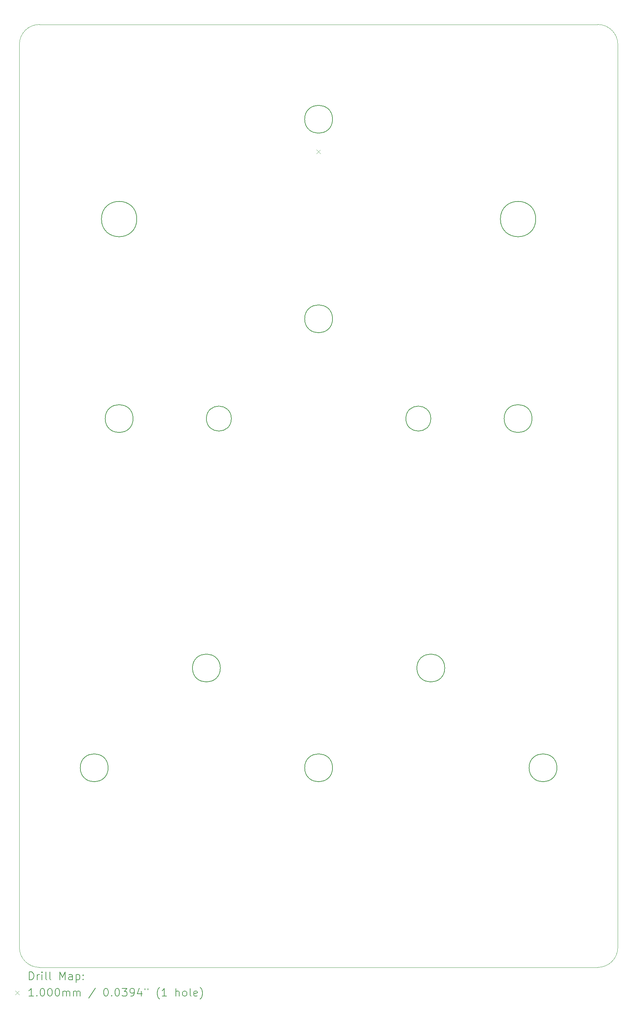
<source format=gbr>
%FSLAX45Y45*%
G04 Gerber Fmt 4.5, Leading zero omitted, Abs format (unit mm)*
G04 Created by KiCad (PCBNEW 6.0.5+dfsg-1~bpo11+1) date 2022-08-10 11:57:38*
%MOMM*%
%LPD*%
G01*
G04 APERTURE LIST*
%TA.AperFunction,Profile*%
%ADD10C,0.150000*%
%TD*%
%TA.AperFunction,Profile*%
%ADD11C,0.100000*%
%TD*%
%ADD12C,0.200000*%
%ADD13C,0.100000*%
G04 APERTURE END LIST*
D10*
X24130000Y-12065000D02*
G75*
G03*
X24130000Y-12065000I-317500J0D01*
G01*
X16547500Y-12065000D02*
G75*
G03*
X16547500Y-12065000I-355000J0D01*
G01*
X27342500Y-20955000D02*
G75*
G03*
X27342500Y-20955000I-355000J0D01*
G01*
X21626829Y-4444375D02*
G75*
G03*
X21626829Y-4444375I-355000J0D01*
G01*
X18770000Y-18415000D02*
G75*
G03*
X18770000Y-18415000I-355000J0D01*
G01*
X19050000Y-12065000D02*
G75*
G03*
X19050000Y-12065000I-317500J0D01*
G01*
X26802500Y-6985000D02*
G75*
G03*
X26802500Y-6985000I-450000J0D01*
G01*
X24485000Y-18415000D02*
G75*
G03*
X24485000Y-18415000I-355000J0D01*
G01*
X16642500Y-6985000D02*
G75*
G03*
X16642500Y-6985000I-450000J0D01*
G01*
D11*
X13652500Y-25527000D02*
G75*
G03*
X14160500Y-26035000I508000J0D01*
G01*
D10*
X15912500Y-20955000D02*
G75*
G03*
X15912500Y-20955000I-355000J0D01*
G01*
X21627500Y-9525000D02*
G75*
G03*
X21627500Y-9525000I-355000J0D01*
G01*
D11*
X28892500Y-25527000D02*
X28892500Y-2540000D01*
X14160500Y-2032000D02*
G75*
G03*
X13652500Y-2540000I0J-508000D01*
G01*
D10*
X26707041Y-12064372D02*
G75*
G03*
X26707041Y-12064372I-355000J0D01*
G01*
D11*
X28384500Y-2032000D02*
X14160500Y-2032000D01*
X28892500Y-2540000D02*
G75*
G03*
X28384500Y-2032000I-508000J0D01*
G01*
D10*
X21627500Y-20955000D02*
G75*
G03*
X21627500Y-20955000I-355000J0D01*
G01*
D11*
X13652500Y-2540000D02*
X13652500Y-25527000D01*
X28384500Y-26035000D02*
G75*
G03*
X28892500Y-25527000I0J508000D01*
G01*
X14160500Y-26035000D02*
X28384500Y-26035000D01*
D12*
D13*
X21222500Y-5220500D02*
X21322500Y-5320500D01*
X21322500Y-5220500D02*
X21222500Y-5320500D01*
D12*
X13905119Y-26350476D02*
X13905119Y-26150476D01*
X13952738Y-26150476D01*
X13981309Y-26160000D01*
X14000357Y-26179048D01*
X14009881Y-26198095D01*
X14019405Y-26236191D01*
X14019405Y-26264762D01*
X14009881Y-26302857D01*
X14000357Y-26321905D01*
X13981309Y-26340952D01*
X13952738Y-26350476D01*
X13905119Y-26350476D01*
X14105119Y-26350476D02*
X14105119Y-26217143D01*
X14105119Y-26255238D02*
X14114643Y-26236191D01*
X14124167Y-26226667D01*
X14143214Y-26217143D01*
X14162262Y-26217143D01*
X14228928Y-26350476D02*
X14228928Y-26217143D01*
X14228928Y-26150476D02*
X14219405Y-26160000D01*
X14228928Y-26169524D01*
X14238452Y-26160000D01*
X14228928Y-26150476D01*
X14228928Y-26169524D01*
X14352738Y-26350476D02*
X14333690Y-26340952D01*
X14324167Y-26321905D01*
X14324167Y-26150476D01*
X14457500Y-26350476D02*
X14438452Y-26340952D01*
X14428928Y-26321905D01*
X14428928Y-26150476D01*
X14686071Y-26350476D02*
X14686071Y-26150476D01*
X14752738Y-26293333D01*
X14819405Y-26150476D01*
X14819405Y-26350476D01*
X15000357Y-26350476D02*
X15000357Y-26245714D01*
X14990833Y-26226667D01*
X14971786Y-26217143D01*
X14933690Y-26217143D01*
X14914643Y-26226667D01*
X15000357Y-26340952D02*
X14981309Y-26350476D01*
X14933690Y-26350476D01*
X14914643Y-26340952D01*
X14905119Y-26321905D01*
X14905119Y-26302857D01*
X14914643Y-26283810D01*
X14933690Y-26274286D01*
X14981309Y-26274286D01*
X15000357Y-26264762D01*
X15095595Y-26217143D02*
X15095595Y-26417143D01*
X15095595Y-26226667D02*
X15114643Y-26217143D01*
X15152738Y-26217143D01*
X15171786Y-26226667D01*
X15181309Y-26236191D01*
X15190833Y-26255238D01*
X15190833Y-26312381D01*
X15181309Y-26331429D01*
X15171786Y-26340952D01*
X15152738Y-26350476D01*
X15114643Y-26350476D01*
X15095595Y-26340952D01*
X15276548Y-26331429D02*
X15286071Y-26340952D01*
X15276548Y-26350476D01*
X15267024Y-26340952D01*
X15276548Y-26331429D01*
X15276548Y-26350476D01*
X15276548Y-26226667D02*
X15286071Y-26236191D01*
X15276548Y-26245714D01*
X15267024Y-26236191D01*
X15276548Y-26226667D01*
X15276548Y-26245714D01*
D13*
X13547500Y-26630000D02*
X13647500Y-26730000D01*
X13647500Y-26630000D02*
X13547500Y-26730000D01*
D12*
X14009881Y-26770476D02*
X13895595Y-26770476D01*
X13952738Y-26770476D02*
X13952738Y-26570476D01*
X13933690Y-26599048D01*
X13914643Y-26618095D01*
X13895595Y-26627619D01*
X14095595Y-26751429D02*
X14105119Y-26760952D01*
X14095595Y-26770476D01*
X14086071Y-26760952D01*
X14095595Y-26751429D01*
X14095595Y-26770476D01*
X14228928Y-26570476D02*
X14247976Y-26570476D01*
X14267024Y-26580000D01*
X14276548Y-26589524D01*
X14286071Y-26608572D01*
X14295595Y-26646667D01*
X14295595Y-26694286D01*
X14286071Y-26732381D01*
X14276548Y-26751429D01*
X14267024Y-26760952D01*
X14247976Y-26770476D01*
X14228928Y-26770476D01*
X14209881Y-26760952D01*
X14200357Y-26751429D01*
X14190833Y-26732381D01*
X14181309Y-26694286D01*
X14181309Y-26646667D01*
X14190833Y-26608572D01*
X14200357Y-26589524D01*
X14209881Y-26580000D01*
X14228928Y-26570476D01*
X14419405Y-26570476D02*
X14438452Y-26570476D01*
X14457500Y-26580000D01*
X14467024Y-26589524D01*
X14476548Y-26608572D01*
X14486071Y-26646667D01*
X14486071Y-26694286D01*
X14476548Y-26732381D01*
X14467024Y-26751429D01*
X14457500Y-26760952D01*
X14438452Y-26770476D01*
X14419405Y-26770476D01*
X14400357Y-26760952D01*
X14390833Y-26751429D01*
X14381309Y-26732381D01*
X14371786Y-26694286D01*
X14371786Y-26646667D01*
X14381309Y-26608572D01*
X14390833Y-26589524D01*
X14400357Y-26580000D01*
X14419405Y-26570476D01*
X14609881Y-26570476D02*
X14628928Y-26570476D01*
X14647976Y-26580000D01*
X14657500Y-26589524D01*
X14667024Y-26608572D01*
X14676548Y-26646667D01*
X14676548Y-26694286D01*
X14667024Y-26732381D01*
X14657500Y-26751429D01*
X14647976Y-26760952D01*
X14628928Y-26770476D01*
X14609881Y-26770476D01*
X14590833Y-26760952D01*
X14581309Y-26751429D01*
X14571786Y-26732381D01*
X14562262Y-26694286D01*
X14562262Y-26646667D01*
X14571786Y-26608572D01*
X14581309Y-26589524D01*
X14590833Y-26580000D01*
X14609881Y-26570476D01*
X14762262Y-26770476D02*
X14762262Y-26637143D01*
X14762262Y-26656191D02*
X14771786Y-26646667D01*
X14790833Y-26637143D01*
X14819405Y-26637143D01*
X14838452Y-26646667D01*
X14847976Y-26665714D01*
X14847976Y-26770476D01*
X14847976Y-26665714D02*
X14857500Y-26646667D01*
X14876548Y-26637143D01*
X14905119Y-26637143D01*
X14924167Y-26646667D01*
X14933690Y-26665714D01*
X14933690Y-26770476D01*
X15028928Y-26770476D02*
X15028928Y-26637143D01*
X15028928Y-26656191D02*
X15038452Y-26646667D01*
X15057500Y-26637143D01*
X15086071Y-26637143D01*
X15105119Y-26646667D01*
X15114643Y-26665714D01*
X15114643Y-26770476D01*
X15114643Y-26665714D02*
X15124167Y-26646667D01*
X15143214Y-26637143D01*
X15171786Y-26637143D01*
X15190833Y-26646667D01*
X15200357Y-26665714D01*
X15200357Y-26770476D01*
X15590833Y-26560952D02*
X15419405Y-26818095D01*
X15847976Y-26570476D02*
X15867024Y-26570476D01*
X15886071Y-26580000D01*
X15895595Y-26589524D01*
X15905119Y-26608572D01*
X15914643Y-26646667D01*
X15914643Y-26694286D01*
X15905119Y-26732381D01*
X15895595Y-26751429D01*
X15886071Y-26760952D01*
X15867024Y-26770476D01*
X15847976Y-26770476D01*
X15828928Y-26760952D01*
X15819405Y-26751429D01*
X15809881Y-26732381D01*
X15800357Y-26694286D01*
X15800357Y-26646667D01*
X15809881Y-26608572D01*
X15819405Y-26589524D01*
X15828928Y-26580000D01*
X15847976Y-26570476D01*
X16000357Y-26751429D02*
X16009881Y-26760952D01*
X16000357Y-26770476D01*
X15990833Y-26760952D01*
X16000357Y-26751429D01*
X16000357Y-26770476D01*
X16133690Y-26570476D02*
X16152738Y-26570476D01*
X16171786Y-26580000D01*
X16181309Y-26589524D01*
X16190833Y-26608572D01*
X16200357Y-26646667D01*
X16200357Y-26694286D01*
X16190833Y-26732381D01*
X16181309Y-26751429D01*
X16171786Y-26760952D01*
X16152738Y-26770476D01*
X16133690Y-26770476D01*
X16114643Y-26760952D01*
X16105119Y-26751429D01*
X16095595Y-26732381D01*
X16086071Y-26694286D01*
X16086071Y-26646667D01*
X16095595Y-26608572D01*
X16105119Y-26589524D01*
X16114643Y-26580000D01*
X16133690Y-26570476D01*
X16267024Y-26570476D02*
X16390833Y-26570476D01*
X16324167Y-26646667D01*
X16352738Y-26646667D01*
X16371786Y-26656191D01*
X16381309Y-26665714D01*
X16390833Y-26684762D01*
X16390833Y-26732381D01*
X16381309Y-26751429D01*
X16371786Y-26760952D01*
X16352738Y-26770476D01*
X16295595Y-26770476D01*
X16276548Y-26760952D01*
X16267024Y-26751429D01*
X16486071Y-26770476D02*
X16524167Y-26770476D01*
X16543214Y-26760952D01*
X16552738Y-26751429D01*
X16571786Y-26722857D01*
X16581309Y-26684762D01*
X16581309Y-26608572D01*
X16571786Y-26589524D01*
X16562262Y-26580000D01*
X16543214Y-26570476D01*
X16505119Y-26570476D01*
X16486071Y-26580000D01*
X16476548Y-26589524D01*
X16467024Y-26608572D01*
X16467024Y-26656191D01*
X16476548Y-26675238D01*
X16486071Y-26684762D01*
X16505119Y-26694286D01*
X16543214Y-26694286D01*
X16562262Y-26684762D01*
X16571786Y-26675238D01*
X16581309Y-26656191D01*
X16752738Y-26637143D02*
X16752738Y-26770476D01*
X16705119Y-26560952D02*
X16657500Y-26703810D01*
X16781310Y-26703810D01*
X16847976Y-26570476D02*
X16847976Y-26608572D01*
X16924167Y-26570476D02*
X16924167Y-26608572D01*
X17219405Y-26846667D02*
X17209881Y-26837143D01*
X17190833Y-26808572D01*
X17181310Y-26789524D01*
X17171786Y-26760952D01*
X17162262Y-26713333D01*
X17162262Y-26675238D01*
X17171786Y-26627619D01*
X17181310Y-26599048D01*
X17190833Y-26580000D01*
X17209881Y-26551429D01*
X17219405Y-26541905D01*
X17400357Y-26770476D02*
X17286071Y-26770476D01*
X17343214Y-26770476D02*
X17343214Y-26570476D01*
X17324167Y-26599048D01*
X17305119Y-26618095D01*
X17286071Y-26627619D01*
X17638452Y-26770476D02*
X17638452Y-26570476D01*
X17724167Y-26770476D02*
X17724167Y-26665714D01*
X17714643Y-26646667D01*
X17695595Y-26637143D01*
X17667024Y-26637143D01*
X17647976Y-26646667D01*
X17638452Y-26656191D01*
X17847976Y-26770476D02*
X17828929Y-26760952D01*
X17819405Y-26751429D01*
X17809881Y-26732381D01*
X17809881Y-26675238D01*
X17819405Y-26656191D01*
X17828929Y-26646667D01*
X17847976Y-26637143D01*
X17876548Y-26637143D01*
X17895595Y-26646667D01*
X17905119Y-26656191D01*
X17914643Y-26675238D01*
X17914643Y-26732381D01*
X17905119Y-26751429D01*
X17895595Y-26760952D01*
X17876548Y-26770476D01*
X17847976Y-26770476D01*
X18028929Y-26770476D02*
X18009881Y-26760952D01*
X18000357Y-26741905D01*
X18000357Y-26570476D01*
X18181310Y-26760952D02*
X18162262Y-26770476D01*
X18124167Y-26770476D01*
X18105119Y-26760952D01*
X18095595Y-26741905D01*
X18095595Y-26665714D01*
X18105119Y-26646667D01*
X18124167Y-26637143D01*
X18162262Y-26637143D01*
X18181310Y-26646667D01*
X18190833Y-26665714D01*
X18190833Y-26684762D01*
X18095595Y-26703810D01*
X18257500Y-26846667D02*
X18267024Y-26837143D01*
X18286071Y-26808572D01*
X18295595Y-26789524D01*
X18305119Y-26760952D01*
X18314643Y-26713333D01*
X18314643Y-26675238D01*
X18305119Y-26627619D01*
X18295595Y-26599048D01*
X18286071Y-26580000D01*
X18267024Y-26551429D01*
X18257500Y-26541905D01*
M02*

</source>
